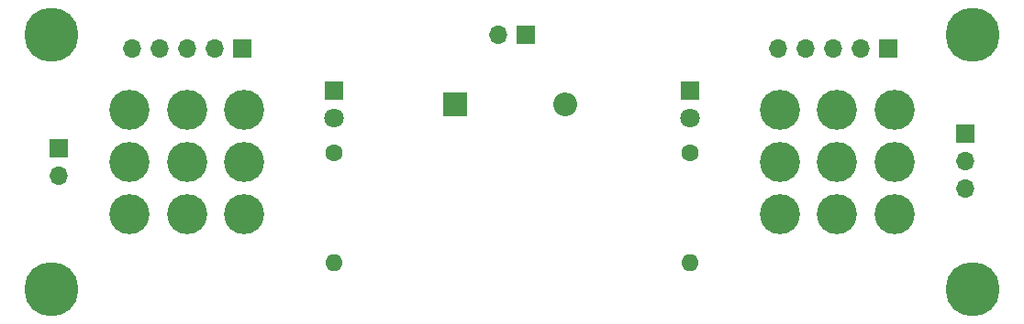
<source format=gbr>
G04 #@! TF.GenerationSoftware,KiCad,Pcbnew,(5.1.7)-1*
G04 #@! TF.CreationDate,2022-04-04T18:23:49-05:00*
G04 #@! TF.ProjectId,ConsolePedalSide,436f6e73-6f6c-4655-9065-64616c536964,rev?*
G04 #@! TF.SameCoordinates,Original*
G04 #@! TF.FileFunction,Soldermask,Top*
G04 #@! TF.FilePolarity,Negative*
%FSLAX46Y46*%
G04 Gerber Fmt 4.6, Leading zero omitted, Abs format (unit mm)*
G04 Created by KiCad (PCBNEW (5.1.7)-1) date 2022-04-04 18:23:49*
%MOMM*%
%LPD*%
G01*
G04 APERTURE LIST*
%ADD10C,3.703200*%
%ADD11O,1.700000X1.700000*%
%ADD12R,1.700000X1.700000*%
%ADD13C,1.800000*%
%ADD14R,1.800000X1.800000*%
%ADD15O,2.200000X2.200000*%
%ADD16R,2.200000X2.200000*%
%ADD17C,5.000000*%
%ADD18O,1.600000X1.600000*%
%ADD19C,1.600000*%
G04 APERTURE END LIST*
D10*
G04 #@! TO.C,S2*
X168846621Y-115887501D03*
X168846621Y-111089441D03*
X168846621Y-106291381D03*
X163548181Y-115887501D03*
X163548181Y-111089441D03*
X163548181Y-106291381D03*
X158249741Y-115887501D03*
X158249741Y-111089441D03*
X158249741Y-106291381D03*
G04 #@! TD*
G04 #@! TO.C,S1*
X108846621Y-115887501D03*
X108846621Y-111089441D03*
X108846621Y-106291381D03*
X103548181Y-115887501D03*
X103548181Y-111089441D03*
X103548181Y-106291381D03*
X98249741Y-115887501D03*
X98249741Y-111089441D03*
X98249741Y-106291381D03*
G04 #@! TD*
D11*
G04 #@! TO.C,BT1*
X132278181Y-99314000D03*
D12*
X134818181Y-99314000D03*
G04 #@! TD*
D13*
G04 #@! TO.C,D1*
X117094000Y-107061000D03*
D14*
X117094000Y-104521000D03*
G04 #@! TD*
D15*
G04 #@! TO.C,D2*
X138430000Y-105791000D03*
D16*
X128270000Y-105791000D03*
G04 #@! TD*
D13*
G04 #@! TO.C,D3*
X149987000Y-107061000D03*
D14*
X149987000Y-104521000D03*
G04 #@! TD*
D17*
G04 #@! TO.C,H1*
X91059000Y-99314000D03*
G04 #@! TD*
G04 #@! TO.C,H2*
X176037362Y-99314000D03*
G04 #@! TD*
G04 #@! TO.C,H3*
X91059000Y-122864882D03*
G04 #@! TD*
G04 #@! TO.C,H4*
X176037362Y-122864882D03*
G04 #@! TD*
D11*
G04 #@! TO.C,J1*
X175387000Y-113538000D03*
X175387000Y-110998000D03*
D12*
X175387000Y-108458000D03*
G04 #@! TD*
D11*
G04 #@! TO.C,J2*
X91694000Y-112359441D03*
D12*
X91694000Y-109819441D03*
G04 #@! TD*
D11*
G04 #@! TO.C,J3*
X98468181Y-100584000D03*
X101008181Y-100584000D03*
X103548181Y-100584000D03*
X106088181Y-100584000D03*
D12*
X108628181Y-100584000D03*
G04 #@! TD*
D11*
G04 #@! TO.C,J4*
X158115000Y-100584000D03*
X160655000Y-100584000D03*
X163195000Y-100584000D03*
X165735000Y-100584000D03*
D12*
X168275000Y-100584000D03*
G04 #@! TD*
D18*
G04 #@! TO.C,R1*
X117094000Y-120396000D03*
D19*
X117094000Y-110236000D03*
G04 #@! TD*
D18*
G04 #@! TO.C,R2*
X149987000Y-120396000D03*
D19*
X149987000Y-110236000D03*
G04 #@! TD*
M02*

</source>
